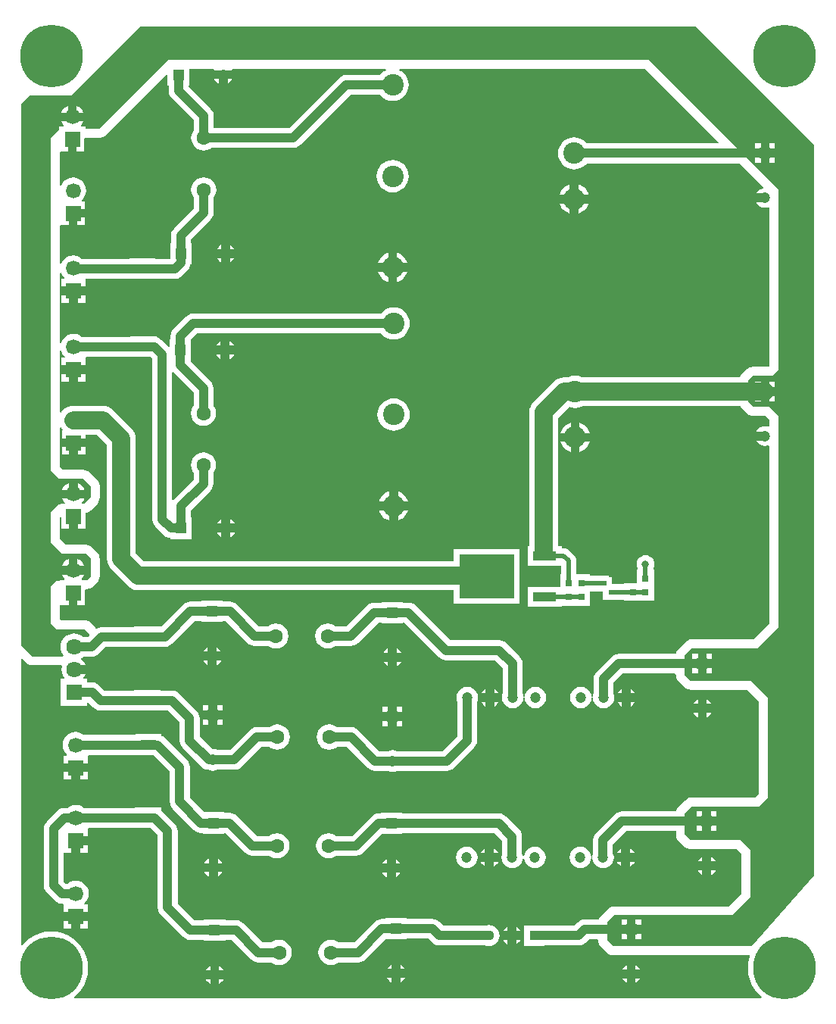
<source format=gbr>
G04 Layer_Physical_Order=1*
G04 Layer_Color=255*
%FSLAX45Y45*%
%MOMM*%
%TF.FileFunction,Copper,L1,Top,Signal*%
%TF.Part,Single*%
G01*
G75*
%TA.AperFunction,SMDPad,CuDef*%
%ADD10R,0.75000X0.80000*%
%ADD11R,1.60000X0.60000*%
%ADD12R,6.20000X4.90000*%
%ADD13R,2.60000X1.00000*%
%ADD14R,1.70000X1.10000*%
%TA.AperFunction,Conductor*%
%ADD15C,1.00000*%
%ADD16C,0.50000*%
%ADD17C,2.00000*%
%TA.AperFunction,ComponentPad*%
%ADD18C,2.40000*%
%TA.AperFunction,ViaPad*%
%ADD19C,7.00000*%
%TA.AperFunction,ComponentPad*%
%ADD20C,1.20000*%
%ADD21R,1.13000X1.13000*%
%ADD22C,1.13000*%
%ADD23R,1.20000X1.20000*%
%ADD24C,1.60000*%
%ADD25R,1.69000X1.69000*%
%ADD26C,1.69000*%
%ADD27R,1.78500X1.78500*%
%ADD28C,1.78500*%
%ADD29R,1.20000X1.20000*%
%TA.AperFunction,ViaPad*%
%ADD30C,0.80000*%
G36*
X7043272Y10451633D02*
X7862190Y9632683D01*
X7857329Y9620949D01*
X6389302D01*
X6375395Y9637895D01*
X6347986Y9660389D01*
X6316716Y9677103D01*
X6282786Y9687396D01*
X6247500Y9690871D01*
X6212214Y9687396D01*
X6178284Y9677103D01*
X6147013Y9660389D01*
X6119605Y9637895D01*
X6097111Y9610487D01*
X6080397Y9579217D01*
X6070104Y9545286D01*
X6066629Y9510000D01*
X6070104Y9474714D01*
X6080397Y9440784D01*
X6097111Y9409514D01*
X6119605Y9382105D01*
X6147013Y9359612D01*
X6178284Y9342897D01*
X6212214Y9332605D01*
X6247500Y9329129D01*
X6282786Y9332605D01*
X6316716Y9342897D01*
X6347986Y9359612D01*
X6375395Y9382105D01*
X6389302Y9399051D01*
X8095811D01*
X8328672Y9166182D01*
X8328675Y9166179D01*
X8328678Y9166175D01*
X8362547Y9132311D01*
X8358465Y9120285D01*
X8353784Y9119668D01*
X8327026Y9108585D01*
X8304047Y9090953D01*
X8286415Y9067974D01*
X8284150Y9062504D01*
X8382498D01*
Y8962504D01*
X8284146D01*
X8286415Y8957026D01*
X8304047Y8934047D01*
X8327026Y8916415D01*
X8353784Y8905331D01*
X8382500Y8901551D01*
X8411216Y8905331D01*
X8418598Y8908389D01*
X8429157Y8901333D01*
X8429150Y7131792D01*
X8420726Y7123368D01*
X8240902Y7123364D01*
X8228533Y7121735D01*
X8216135Y7120275D01*
X8215488Y7120017D01*
X8214797Y7119926D01*
X8203267Y7115150D01*
X8191674Y7110533D01*
X8191115Y7110117D01*
X8190471Y7109850D01*
X8180567Y7102250D01*
X8170567Y7094792D01*
X8124667Y7050133D01*
X8124237Y7049588D01*
X8123686Y7049164D01*
X8116085Y7039260D01*
X8108354Y7029464D01*
X8108079Y7028826D01*
X8107656Y7028275D01*
X8102883Y7016754D01*
X8098158Y7005773D01*
X6338557D01*
X6326717Y7012102D01*
X6292786Y7022395D01*
X6257500Y7025870D01*
X6222214Y7022395D01*
X6188284Y7012102D01*
X6176444Y7005773D01*
X6132499D01*
X6101134Y7002684D01*
X6070974Y6993535D01*
X6043178Y6978678D01*
X6018815Y6958684D01*
X6018813Y6958682D01*
X5793815Y6733685D01*
X5773821Y6709321D01*
X5758964Y6681526D01*
X5749815Y6651365D01*
X5746726Y6620000D01*
Y5122500D01*
X5727500D01*
Y4902500D01*
X5905984D01*
X5907500Y4902351D01*
X5909016Y4902500D01*
X6101766D01*
Y4802500D01*
X6089999D01*
Y4662500D01*
X5727500D01*
Y4442500D01*
X6107499D01*
Y4452500D01*
X6424999D01*
Y4612500D01*
X6570000D01*
Y4517500D01*
X6805000D01*
Y4507501D01*
X7142500D01*
Y4657500D01*
Y4857500D01*
X7141015D01*
X7137746Y4861110D01*
X7133647Y4870200D01*
X7142426Y4891395D01*
X7145863Y4917500D01*
X7142426Y4943605D01*
X7132349Y4967931D01*
X7116321Y4988821D01*
X7095431Y5004850D01*
X7071105Y5014926D01*
X7045000Y5018363D01*
X7018895Y5014926D01*
X6994569Y5004850D01*
X6973679Y4988821D01*
X6957650Y4967931D01*
X6947574Y4943605D01*
X6944137Y4917500D01*
X6947574Y4891395D01*
X6956353Y4870200D01*
X6952253Y4861110D01*
X6948985Y4857500D01*
X6947500D01*
Y4707500D01*
X6805000D01*
Y4697500D01*
X6669998D01*
Y4792500D01*
X6424999D01*
Y4802500D01*
X6273233D01*
Y4955001D01*
X6270311Y4977190D01*
X6261746Y4997867D01*
X6248122Y5015623D01*
X6190622Y5073123D01*
X6172866Y5086747D01*
X6152189Y5095312D01*
X6130000Y5098233D01*
X6107499D01*
Y5122500D01*
X6068274D01*
Y6553405D01*
X6191722Y6676854D01*
X6222214Y6667604D01*
X6257500Y6664128D01*
X6292786Y6667604D01*
X6326717Y6677896D01*
X6338557Y6684225D01*
X8105722D01*
X8107647Y6679576D01*
X8107651Y6679571D01*
X8107653Y6679566D01*
X8115183Y6669755D01*
X8123676Y6658686D01*
X8123680Y6658683D01*
X8123684Y6658678D01*
X8178697Y6603674D01*
X8188751Y6595961D01*
X8199581Y6587651D01*
X8199585Y6587649D01*
X8199588Y6587647D01*
X8211110Y6582876D01*
X8223907Y6577575D01*
X8223911Y6577574D01*
X8223915Y6577573D01*
X8236848Y6575871D01*
X8250012Y6574138D01*
X8385731Y6574138D01*
X8429171Y6530696D01*
X8429171Y6461161D01*
X8418611Y6454105D01*
X8411216Y6457168D01*
X8382500Y6460949D01*
X8353784Y6457168D01*
X8327026Y6446084D01*
X8304047Y6428452D01*
X8286415Y6405474D01*
X8284148Y6399999D01*
X8382503D01*
Y6299999D01*
X8284148D01*
X8286415Y6294525D01*
X8304047Y6271547D01*
X8327026Y6253915D01*
X8353784Y6242831D01*
X8382500Y6239051D01*
X8411216Y6242831D01*
X8418612Y6245895D01*
X8429172Y6238839D01*
X8429177Y4254319D01*
X8253172Y4078316D01*
X7562460Y4078322D01*
X7536356Y4074885D01*
X7512029Y4064809D01*
X7491140Y4048781D01*
X7491139Y4048780D01*
X7413660Y3971300D01*
X7413659Y3971299D01*
X7397630Y3950410D01*
X7387553Y3926084D01*
X7386219Y3915949D01*
X6745000D01*
X6716285Y3912169D01*
X6689526Y3901085D01*
X6666548Y3883453D01*
X6496547Y3713453D01*
X6478915Y3690474D01*
X6467832Y3663716D01*
X6464051Y3635000D01*
Y3473220D01*
X6458089Y3458826D01*
X6455155Y3436545D01*
X6454405Y3430845D01*
X6441596D01*
X6440845Y3436545D01*
X6437911Y3458826D01*
X6425820Y3488017D01*
X6406585Y3513085D01*
X6381518Y3532320D01*
X6352327Y3544411D01*
X6321000Y3548535D01*
X6289674Y3544411D01*
X6260483Y3532320D01*
X6235416Y3513085D01*
X6216181Y3488017D01*
X6204089Y3458826D01*
X6199965Y3427500D01*
X6204089Y3396174D01*
X6216181Y3366982D01*
X6235416Y3341915D01*
X6260483Y3322680D01*
X6289674Y3310589D01*
X6321000Y3306465D01*
X6352327Y3310589D01*
X6381518Y3322680D01*
X6406585Y3341915D01*
X6425820Y3366982D01*
X6437911Y3396174D01*
X6440845Y3418455D01*
X6441596Y3424155D01*
X6454405D01*
X6455155Y3418455D01*
X6458089Y3396174D01*
X6470180Y3366982D01*
X6489415Y3341915D01*
X6514482Y3322680D01*
X6543674Y3310589D01*
X6575000Y3306465D01*
X6606326Y3310589D01*
X6635518Y3322680D01*
X6660585Y3341915D01*
X6679820Y3366982D01*
X6684176Y3377499D01*
X6684177Y3377505D01*
X6691908Y3396169D01*
X6696031Y3427484D01*
X6696034Y3427497D01*
X6696031Y3427514D01*
X6691908Y3458825D01*
X6687632Y3469150D01*
X6687628Y3469167D01*
X6685949Y3473220D01*
Y3477490D01*
X6685948Y3477497D01*
X6685949D01*
Y3589043D01*
X6790957Y3694051D01*
X7375134D01*
X7383483Y3685703D01*
X7384114Y3682515D01*
X7385848Y3669347D01*
X7387551Y3656413D01*
X7387551Y3656412D01*
X7387552Y3656410D01*
X7392145Y3645322D01*
X7397627Y3632087D01*
X7397628Y3632085D01*
X7397628Y3632084D01*
X7405216Y3622196D01*
X7413656Y3611197D01*
X7413657Y3611196D01*
X7413658Y3611195D01*
X7481176Y3543679D01*
X7481177Y3543678D01*
X7481179Y3543677D01*
X7486628Y3539495D01*
X7502066Y3527650D01*
X7502068Y3527649D01*
X7502069Y3527648D01*
X7513774Y3522800D01*
X7526392Y3517573D01*
X7526394Y3517573D01*
X7526395Y3517572D01*
X7539898Y3515795D01*
X7552498Y3514136D01*
X8178226Y3514130D01*
X8311673Y3380687D01*
X8311691Y2351832D01*
X8268227Y2308368D01*
X7557500Y2308364D01*
X7531395Y2304927D01*
X7507069Y2294850D01*
X7486179Y2278821D01*
X7486178Y2278820D01*
X7413677Y2206319D01*
X7413676Y2206318D01*
X7397647Y2185429D01*
X7387572Y2161104D01*
X7386893Y2155949D01*
X6782500D01*
X6753785Y2152169D01*
X6727026Y2141085D01*
X6704048Y2123453D01*
X6491547Y1910952D01*
X6473915Y1887974D01*
X6462831Y1861215D01*
X6459051Y1832500D01*
Y1685721D01*
X6453089Y1671327D01*
X6450156Y1649046D01*
X6449404Y1643344D01*
X6436595D01*
X6435844Y1649046D01*
X6432911Y1671326D01*
X6420820Y1700518D01*
X6401585Y1725585D01*
X6376518Y1744820D01*
X6347326Y1756911D01*
X6316000Y1761035D01*
X6284673Y1756911D01*
X6255482Y1744820D01*
X6230415Y1725585D01*
X6211180Y1700518D01*
X6199089Y1671326D01*
X6194964Y1640000D01*
X6199089Y1608674D01*
X6211180Y1579482D01*
X6230415Y1554415D01*
X6255482Y1535180D01*
X6284673Y1523089D01*
X6316000Y1518965D01*
X6347326Y1523089D01*
X6376518Y1535180D01*
X6401585Y1554415D01*
X6420820Y1579482D01*
X6432911Y1608674D01*
X6435844Y1630954D01*
X6436595Y1636657D01*
X6449404D01*
X6450156Y1630954D01*
X6453089Y1608674D01*
X6465180Y1579483D01*
X6484415Y1554415D01*
X6509482Y1535181D01*
X6538673Y1523089D01*
X6570000Y1518965D01*
X6601326Y1523089D01*
X6630518Y1535181D01*
X6655585Y1554415D01*
X6674820Y1579483D01*
X6679179Y1590008D01*
X6679179Y1590009D01*
X6686911Y1608674D01*
X6691033Y1639989D01*
X6691034Y1639991D01*
X6691035Y1640000D01*
X6686911Y1671327D01*
X6680949Y1685721D01*
Y1786543D01*
X6828457Y1934051D01*
X7384137D01*
X7384137Y1894998D01*
X7385760Y1882672D01*
X7387573Y1868898D01*
X7387574Y1868895D01*
X7387574Y1868893D01*
X7392238Y1857634D01*
X7397648Y1844572D01*
X7397650Y1844570D01*
X7397651Y1844567D01*
X7406751Y1832707D01*
X7413676Y1823682D01*
X7413679Y1823679D01*
X7413680Y1823678D01*
X7413681Y1823677D01*
X7473673Y1763680D01*
X7473674Y1763678D01*
X7473676Y1763676D01*
X7486518Y1753822D01*
X7494561Y1747650D01*
X7494563Y1747649D01*
X7494566Y1747647D01*
X7506466Y1742718D01*
X7518887Y1737572D01*
X7518890Y1737572D01*
X7518892Y1737571D01*
X7530259Y1736075D01*
X7544992Y1734134D01*
X7544995Y1734135D01*
X7544998Y1734134D01*
X8063221Y1734139D01*
X8114135Y1683228D01*
X8114142Y1234283D01*
X7973226Y1093366D01*
X6695004Y1093366D01*
X6668899Y1089929D01*
X6644572Y1079853D01*
X6623683Y1063824D01*
X6623682Y1063823D01*
X6543680Y983822D01*
X6543679Y983821D01*
X6527650Y962932D01*
X6521651Y948449D01*
X6367500D01*
X6338784Y944668D01*
X6312025Y933585D01*
X6289047Y915953D01*
X6249044Y875949D01*
X5919000D01*
Y881500D01*
X5686000D01*
Y648500D01*
X5919000D01*
Y654051D01*
X6295000D01*
X6323716Y657832D01*
X6350474Y668915D01*
X6373453Y686547D01*
X6413457Y726551D01*
X6504370D01*
X6514136Y719998D01*
X6517573Y693893D01*
X6521388Y684682D01*
X6527648Y669568D01*
X6543677Y648678D01*
X6543678Y648677D01*
X6616178Y576178D01*
X6637068Y560150D01*
X6661394Y550074D01*
X6687498Y546637D01*
X8205529Y546638D01*
X8212585Y536078D01*
X8208861Y527089D01*
X8193796Y464336D01*
X8188732Y400000D01*
X8193796Y335664D01*
X8208861Y272911D01*
X8233558Y213288D01*
X8267278Y158263D01*
X8309190Y109190D01*
X8343252Y80098D01*
X8338856Y68183D01*
X661144D01*
X656748Y80098D01*
X690810Y109190D01*
X732722Y158263D01*
X766442Y213288D01*
X791139Y272911D01*
X806204Y335664D01*
X811268Y400000D01*
X806204Y464336D01*
X791139Y527089D01*
X766442Y586712D01*
X732722Y641737D01*
X690810Y690810D01*
X641737Y732722D01*
X586712Y766442D01*
X527089Y791139D01*
X464336Y806204D01*
X400000Y811268D01*
X335664Y806204D01*
X272911Y791139D01*
X213288Y766442D01*
X158263Y732722D01*
X109190Y690810D01*
X80098Y656748D01*
X68183Y661144D01*
Y3855081D01*
X79917Y3859942D01*
X123679Y3816179D01*
X144569Y3800150D01*
X168895Y3790074D01*
X195000Y3786637D01*
X512388Y3786638D01*
X519016Y3773938D01*
X514548Y3740000D01*
X519333Y3703649D01*
X533364Y3669774D01*
X550111Y3647950D01*
X543848Y3635250D01*
X505749D01*
Y3336750D01*
X804249D01*
Y3363384D01*
X816949Y3368645D01*
X871546Y3314048D01*
X894524Y3296416D01*
X921283Y3285332D01*
X949999Y3281551D01*
X1330000D01*
Y3280001D01*
X1619999D01*
Y3284051D01*
X1704043D01*
X1836551Y3151544D01*
Y2945000D01*
X1840332Y2916284D01*
X1851415Y2889526D01*
X1869047Y2866547D01*
X2084048Y2651546D01*
X2107026Y2633914D01*
X2133785Y2622831D01*
X2161445Y2619189D01*
X2176174Y2613088D01*
X2207501Y2608964D01*
X2238827Y2613088D01*
X2253221Y2619050D01*
X2444999D01*
X2473715Y2622831D01*
X2500474Y2633914D01*
X2523452Y2651546D01*
X2745957Y2874051D01*
X2842117D01*
X2856896Y2862710D01*
X2890953Y2848604D01*
X2927500Y2843792D01*
X2964048Y2848604D01*
X2998104Y2862710D01*
X3027349Y2885151D01*
X3049790Y2914396D01*
X3063897Y2948453D01*
X3068708Y2985000D01*
X3063897Y3021547D01*
X3049790Y3055604D01*
X3027349Y3084849D01*
X2998104Y3107289D01*
X2964048Y3121396D01*
X2927500Y3126208D01*
X2890953Y3121396D01*
X2856896Y3107289D01*
X2842117Y3095949D01*
X2700000D01*
X2671284Y3092168D01*
X2644526Y3081085D01*
X2621547Y3063453D01*
X2399043Y2840948D01*
X2253221D01*
X2238827Y2846910D01*
X2207501Y2851034D01*
X2199433Y2849972D01*
X2058449Y2990956D01*
Y3197500D01*
X2054668Y3226216D01*
X2043585Y3252975D01*
X2025953Y3275953D01*
X1828453Y3473453D01*
X1805474Y3491085D01*
X1778716Y3502169D01*
X1750000Y3505949D01*
X1619999D01*
Y3510000D01*
X1330000D01*
Y3503449D01*
X995955D01*
X934952Y3564453D01*
X911974Y3582085D01*
X885215Y3593169D01*
X856499Y3596949D01*
X804249D01*
Y3635250D01*
X766151D01*
X759887Y3647950D01*
X776634Y3669774D01*
X785011Y3689999D01*
X654999D01*
Y3789999D01*
X785012D01*
X776634Y3810226D01*
X754313Y3839314D01*
X735773Y3853541D01*
X737008Y3868602D01*
X738319Y3869303D01*
X755071Y3883051D01*
X851499D01*
X880215Y3886832D01*
X906974Y3897915D01*
X929952Y3915547D01*
X1005956Y3991551D01*
X1327500D01*
Y3990000D01*
X1617499D01*
Y3994051D01*
X1670000D01*
X1698716Y3997831D01*
X1725474Y4008915D01*
X1748453Y4026547D01*
X2000957Y4279051D01*
X2080000D01*
Y4270000D01*
X2320000D01*
Y4279051D01*
X2351543D01*
X2594047Y4036547D01*
X2617025Y4018915D01*
X2643784Y4007831D01*
X2672500Y4004051D01*
X2827117D01*
X2841896Y3992710D01*
X2875953Y3978604D01*
X2912500Y3973792D01*
X2949047Y3978604D01*
X2983104Y3992710D01*
X3012349Y4015151D01*
X3034790Y4044396D01*
X3048896Y4078453D01*
X3053708Y4115000D01*
X3048896Y4151547D01*
X3034790Y4185604D01*
X3012349Y4214849D01*
X2983104Y4237289D01*
X2949047Y4251396D01*
X2912500Y4256208D01*
X2875953Y4251396D01*
X2841896Y4237289D01*
X2827117Y4225949D01*
X2718457D01*
X2475953Y4468453D01*
X2452975Y4486085D01*
X2426216Y4497169D01*
X2397500Y4500949D01*
X2320000D01*
Y4510000D01*
X2080000D01*
Y4500949D01*
X1955000D01*
X1926284Y4497169D01*
X1899526Y4486085D01*
X1876547Y4468453D01*
X1629583Y4221488D01*
X1617499Y4220000D01*
Y4220000D01*
X1327500D01*
Y4213449D01*
X959999D01*
X931284Y4209669D01*
X904524Y4198585D01*
X904187Y4198326D01*
X895553Y4209578D01*
X895553Y4209578D01*
X895552Y4209579D01*
X841307Y4263817D01*
X841307Y4263818D01*
X841306Y4263819D01*
X841303Y4263822D01*
X832731Y4270398D01*
X820417Y4279847D01*
X820415Y4279848D01*
X820412Y4279850D01*
X807349Y4285260D01*
X796091Y4289923D01*
X796089Y4289923D01*
X796086Y4289925D01*
X782010Y4291777D01*
X769986Y4293360D01*
X510673Y4293359D01*
X498356Y4305677D01*
X498355Y4460953D01*
X511056Y4463500D01*
X594498D01*
Y4598001D01*
X694498D01*
Y4463500D01*
X779000D01*
Y4631918D01*
X791700Y4641267D01*
X795358Y4641037D01*
X798538Y4641253D01*
X801699Y4640837D01*
X811634Y4642145D01*
X821628Y4642826D01*
X824644Y4643858D01*
X827805Y4644274D01*
X837061Y4648108D01*
X846540Y4651352D01*
X849186Y4653130D01*
X852131Y4654350D01*
X860078Y4660448D01*
X868396Y4666036D01*
X870491Y4668438D01*
X873020Y4670379D01*
X911321Y4708678D01*
X927350Y4729568D01*
X937426Y4753894D01*
X940863Y4779998D01*
X940867Y4982499D01*
X940866Y4982504D01*
X940867Y4982510D01*
X938979Y4996842D01*
X937430Y5008604D01*
X937428Y5008609D01*
X937428Y5008615D01*
X932496Y5020518D01*
X927355Y5032931D01*
X927351Y5032936D01*
X927349Y5032940D01*
X920221Y5042228D01*
X911326Y5053820D01*
X911321Y5053824D01*
X911318Y5053828D01*
X858819Y5106317D01*
X858819Y5106318D01*
X858818Y5106319D01*
X858811Y5106326D01*
X849628Y5113370D01*
X837929Y5122348D01*
X837924Y5122350D01*
X837920Y5122353D01*
X826741Y5126982D01*
X813603Y5132424D01*
X813598Y5132425D01*
X813593Y5132427D01*
X800456Y5134155D01*
X787498Y5135861D01*
X566774Y5135864D01*
X498364Y5204275D01*
X498365Y5444666D01*
X499300Y5445290D01*
X512000Y5438502D01*
Y5311500D01*
X596500D01*
Y5446003D01*
X696499D01*
Y5311500D01*
X780999D01*
Y5491019D01*
X796606Y5493074D01*
X820932Y5503150D01*
X841822Y5519179D01*
X911313Y5588671D01*
X911314Y5588672D01*
X911315Y5588673D01*
X918349Y5597841D01*
X927342Y5609560D01*
X927343Y5609562D01*
X927344Y5609563D01*
X932110Y5621072D01*
X937418Y5633886D01*
X937418Y5633888D01*
X937419Y5633890D01*
X939272Y5647966D01*
X940855Y5659991D01*
X940855Y5659993D01*
X940855Y5659995D01*
X940850Y5792523D01*
X937412Y5818629D01*
X927335Y5842954D01*
X911306Y5863843D01*
X911305Y5863844D01*
X833823Y5941319D01*
X833822Y5941320D01*
X833821Y5941321D01*
X833817Y5941324D01*
X825565Y5947656D01*
X812933Y5957350D01*
X812929Y5957351D01*
X812927Y5957353D01*
X802643Y5961612D01*
X788607Y5967426D01*
X788603Y5967427D01*
X788601Y5967428D01*
X776245Y5969054D01*
X762502Y5970864D01*
X529274Y5970869D01*
X498368Y6001774D01*
X498369Y6443082D01*
X511069Y6446264D01*
X514321Y6440178D01*
X528665Y6422700D01*
X522659Y6410000D01*
X517500D01*
Y6325500D01*
X652002D01*
X786500D01*
Y6368726D01*
X908905D01*
X1024226Y6253405D01*
Y4975000D01*
X1027315Y4943635D01*
X1036464Y4913475D01*
X1051321Y4885679D01*
X1071315Y4861316D01*
X1256315Y4676316D01*
X1280679Y4656321D01*
X1308474Y4641464D01*
X1338635Y4632315D01*
X1370000Y4629226D01*
X4897500D01*
Y4477500D01*
X5637499D01*
Y5087500D01*
X4897500D01*
Y4950774D01*
X1436595D01*
X1345774Y5041595D01*
Y6320000D01*
X1342685Y6351366D01*
X1333536Y6381526D01*
X1318679Y6409321D01*
X1298684Y6433685D01*
X1089185Y6643184D01*
X1064822Y6663179D01*
X1037026Y6678036D01*
X1006866Y6687185D01*
X975500Y6690274D01*
X648000D01*
X616635Y6687185D01*
X586474Y6678036D01*
X558679Y6663178D01*
X534315Y6643184D01*
X514321Y6618821D01*
X511069Y6612736D01*
X498369Y6615917D01*
X498369Y7301080D01*
X511069Y7303606D01*
X523279Y7274127D01*
X546441Y7243942D01*
X552196Y7239527D01*
X548113Y7227500D01*
X515000D01*
Y7143005D01*
X649500D01*
X784000D01*
Y7227500D01*
X793158Y7236052D01*
X1287501D01*
Y7232500D01*
X1513095D01*
X1531551Y7214044D01*
Y5417500D01*
X1535331Y5388784D01*
X1546415Y5362026D01*
X1564047Y5339047D01*
X1661547Y5241547D01*
X1684525Y5223915D01*
X1711285Y5212831D01*
X1732500Y5210038D01*
Y5200000D01*
X1972500D01*
Y5440000D01*
X1963449D01*
Y5521543D01*
X2180953Y5739047D01*
X2198585Y5762026D01*
X2209669Y5788784D01*
X2213449Y5817500D01*
Y5939618D01*
X2224790Y5954397D01*
X2238896Y5988454D01*
X2243708Y6025001D01*
X2238896Y6061548D01*
X2224790Y6095605D01*
X2202349Y6124850D01*
X2173104Y6147290D01*
X2139048Y6161397D01*
X2102500Y6166209D01*
X2065953Y6161397D01*
X2031896Y6147290D01*
X2002651Y6124850D01*
X1980211Y6095605D01*
X1966104Y6061548D01*
X1961292Y6025001D01*
X1966104Y5988454D01*
X1980211Y5954397D01*
X1991551Y5939618D01*
Y5863457D01*
X1774047Y5645953D01*
X1766149Y5635660D01*
X1753449Y5639971D01*
Y7061363D01*
X1765475Y7065445D01*
X1766547Y7064047D01*
X1991551Y6839043D01*
Y6690383D01*
X1980211Y6675604D01*
X1966104Y6641547D01*
X1961292Y6605000D01*
X1966104Y6568453D01*
X1980211Y6534396D01*
X2002651Y6505151D01*
X2031896Y6482710D01*
X2065953Y6468604D01*
X2102500Y6463792D01*
X2139048Y6468604D01*
X2173104Y6482710D01*
X2202349Y6505151D01*
X2224790Y6534396D01*
X2238896Y6568453D01*
X2243708Y6605000D01*
X2238896Y6641547D01*
X2224790Y6675604D01*
X2213449Y6690383D01*
Y6885000D01*
X2209669Y6913716D01*
X2198585Y6940475D01*
X2180953Y6963453D01*
X1966489Y7177917D01*
X1965000Y7190001D01*
X1965000D01*
Y7429999D01*
X1965000Y7430000D01*
X1965000D01*
X1973163Y7438757D01*
X2033456Y7499051D01*
X4085697Y7499051D01*
X4099605Y7482105D01*
X4127013Y7459612D01*
X4158284Y7442897D01*
X4192214Y7432605D01*
X4227500Y7429129D01*
X4262786Y7432605D01*
X4296716Y7442897D01*
X4327986Y7459612D01*
X4355395Y7482105D01*
X4377888Y7509514D01*
X4394603Y7540784D01*
X4404895Y7574714D01*
X4408371Y7610000D01*
X4404895Y7645286D01*
X4394603Y7679217D01*
X4377888Y7710487D01*
X4355395Y7737895D01*
X4327986Y7760389D01*
X4296716Y7777103D01*
X4262786Y7787396D01*
X4227500Y7790871D01*
X4192214Y7787396D01*
X4158284Y7777103D01*
X4127013Y7760389D01*
X4099605Y7737895D01*
X4085697Y7720949D01*
X1987499Y7720948D01*
X1958784Y7717168D01*
X1932025Y7706084D01*
X1909047Y7688452D01*
X1766547Y7545953D01*
X1748915Y7522975D01*
X1737831Y7496216D01*
X1734051Y7467500D01*
Y7430000D01*
X1725000D01*
Y7352366D01*
X1712300Y7347105D01*
X1633453Y7425952D01*
X1610475Y7443584D01*
X1583716Y7454668D01*
X1577501Y7455486D01*
Y7462499D01*
X1287501D01*
Y7457950D01*
X742275D01*
X722373Y7473221D01*
X687222Y7487781D01*
X649500Y7492747D01*
X611778Y7487781D01*
X576626Y7473221D01*
X546441Y7450059D01*
X523279Y7419874D01*
X511069Y7390395D01*
X498369Y7392922D01*
X498369Y8170835D01*
X511069Y8173362D01*
X520279Y8151127D01*
X543441Y8120942D01*
X549195Y8116527D01*
X545113Y8104500D01*
X512000D01*
Y8019999D01*
X646495D01*
X780999D01*
Y8104500D01*
X791815Y8109051D01*
X1275000D01*
Y8105000D01*
X1564999D01*
Y8109051D01*
X1785000D01*
X1813716Y8112832D01*
X1840474Y8123915D01*
X1863453Y8141547D01*
X1925952Y8204047D01*
X1943584Y8227025D01*
X1954668Y8253784D01*
X1956803Y8270000D01*
X1970000D01*
Y8510000D01*
X1960949D01*
Y8546543D01*
X2183453Y8769047D01*
X2201085Y8792025D01*
X2212169Y8818784D01*
X2215949Y8847500D01*
Y9017117D01*
X2227290Y9031897D01*
X2241396Y9065953D01*
X2246208Y9102500D01*
X2241396Y9139048D01*
X2227290Y9173104D01*
X2204849Y9202349D01*
X2175604Y9224790D01*
X2141547Y9238897D01*
X2105000Y9243708D01*
X2068453Y9238897D01*
X2034396Y9224790D01*
X2005151Y9202349D01*
X1982711Y9173104D01*
X1968604Y9139048D01*
X1963792Y9102500D01*
X1968604Y9065953D01*
X1982711Y9031897D01*
X1994051Y9017117D01*
Y8893456D01*
X1771547Y8670953D01*
X1753915Y8647974D01*
X1742832Y8621216D01*
X1739051Y8592500D01*
Y8510000D01*
X1730000D01*
Y8330949D01*
X1564999D01*
Y8335000D01*
X1275000D01*
Y8330949D01*
X744488D01*
X719373Y8350221D01*
X684222Y8364781D01*
X646500Y8369747D01*
X608778Y8364781D01*
X573626Y8350221D01*
X543441Y8327059D01*
X520279Y8296874D01*
X511070Y8274640D01*
X498369Y8277166D01*
X498370Y8703418D01*
X510000Y8706000D01*
X511070Y8706000D01*
X594497D01*
Y8840500D01*
X644497D01*
Y8890500D01*
X779000D01*
Y8975000D01*
X745886D01*
X741804Y8987026D01*
X747559Y8991442D01*
X770721Y9021627D01*
X785281Y9056778D01*
X790247Y9094500D01*
X785281Y9132222D01*
X770721Y9167373D01*
X747559Y9197558D01*
X717373Y9220720D01*
X682222Y9235280D01*
X644500Y9240247D01*
X606778Y9235280D01*
X571627Y9220720D01*
X541442Y9197558D01*
X518280Y9167373D01*
X511070Y9149967D01*
X498370Y9152494D01*
X498370Y9516804D01*
X502001Y9528000D01*
X586500D01*
Y9662499D01*
X686500D01*
Y9528000D01*
X771000D01*
Y9678315D01*
X775934Y9682643D01*
X783700Y9686630D01*
X942491Y9686628D01*
X968596Y9690065D01*
X992922Y9700141D01*
X1013812Y9716170D01*
X1690767Y10393125D01*
X1702501Y10388265D01*
Y10270000D01*
X1711551D01*
Y10212500D01*
X1715332Y10183784D01*
X1726416Y10157025D01*
X1744048Y10134047D01*
X1994051Y9884043D01*
Y9767883D01*
X1982711Y9753104D01*
X1968604Y9719047D01*
X1963792Y9682500D01*
X1968604Y9645953D01*
X1982711Y9611896D01*
X2005151Y9582651D01*
X2034396Y9560210D01*
X2068453Y9546104D01*
X2105000Y9541292D01*
X2141547Y9546104D01*
X2175604Y9560210D01*
X2190383Y9571551D01*
X3107500D01*
X3136216Y9575332D01*
X3162975Y9586415D01*
X3185953Y9604047D01*
X3745957Y10164051D01*
X4075697D01*
X4089604Y10147105D01*
X4117013Y10124612D01*
X4148283Y10107897D01*
X4182213Y10097605D01*
X4217500Y10094129D01*
X4252786Y10097605D01*
X4286716Y10107897D01*
X4317986Y10124612D01*
X4345395Y10147105D01*
X4367888Y10174514D01*
X4384602Y10205784D01*
X4394895Y10239714D01*
X4398370Y10275000D01*
X4394895Y10310286D01*
X4384602Y10344217D01*
X4367888Y10375487D01*
X4345395Y10402895D01*
X4317986Y10425389D01*
X4292639Y10438937D01*
X4295820Y10451637D01*
X7043272Y10451633D01*
D02*
G37*
G36*
X2215988Y10451640D02*
X2223065Y10440000D01*
X2421936D01*
X2429013Y10451640D01*
X4139179Y10451637D01*
X4142361Y10438937D01*
X4117013Y10425389D01*
X4089604Y10402895D01*
X4075697Y10385949D01*
X3700000D01*
X3671285Y10382169D01*
X3644526Y10371085D01*
X3621548Y10353453D01*
X3061544Y9793449D01*
X2215949D01*
Y9930000D01*
X2212169Y9958716D01*
X2201085Y9985474D01*
X2183453Y10008453D01*
X1934605Y10257300D01*
X1936240Y10270000D01*
X1942500D01*
Y10451641D01*
X2215988Y10451640D01*
D02*
G37*
G36*
X8931817Y9605680D02*
Y1433318D01*
X8231415Y647501D01*
X6687498Y647500D01*
X6614998Y719999D01*
X6614999Y912500D01*
X6695004Y992503D01*
X8015005Y992503D01*
X8215006Y1192505D01*
X8214997Y1725009D01*
X8104997Y1835003D01*
X7544997Y1834997D01*
X7485000Y1894999D01*
X7484998Y2134998D01*
X7557501Y2207501D01*
X8310005Y2207505D01*
X8412554Y2310054D01*
X8412535Y3422467D01*
X8220004Y3614993D01*
X7552498Y3614999D01*
X7484977Y3682517D01*
X7484979Y3899978D01*
X7562460Y3977459D01*
X8294950Y3977453D01*
X8530040Y4212540D01*
X8530034Y6572473D01*
X8427511Y6675001D01*
X8250012Y6675001D01*
X8194999Y6730005D01*
X8195005Y6977842D01*
X8240904Y7022501D01*
X8462506Y7022506D01*
X8530013Y7090014D01*
X8530021Y9107492D01*
X8399994Y9237501D01*
X7085052Y10552496D01*
X1707504Y10552504D01*
X942492Y9787491D01*
X781000Y9787492D01*
Y9807000D01*
X734492D01*
X730410Y9819026D01*
X732427Y9820574D01*
X753986Y9848670D01*
X761371Y9866499D01*
X636500D01*
X511630D01*
X519015Y9848670D01*
X540574Y9820574D01*
X542591Y9819026D01*
X538508Y9807000D01*
X492000D01*
Y9776509D01*
X397507Y9686901D01*
X397505Y5959994D01*
X487495Y5870007D01*
X762500Y5870001D01*
X839987Y5792520D01*
X839992Y5659991D01*
X770501Y5590500D01*
X744492D01*
X740410Y5602526D01*
X742426Y5604073D01*
X763985Y5632170D01*
X771372Y5650003D01*
X646500D01*
X521627D01*
X529014Y5632170D01*
X550573Y5604073D01*
X552589Y5602526D01*
X548507Y5590500D01*
X502000D01*
Y5585001D01*
X485001Y5585001D01*
X397502Y5497502D01*
X397501Y5162497D01*
X524994Y5035002D01*
X787497Y5034998D01*
X840004Y4982501D01*
X840000Y4780000D01*
X801700Y4741700D01*
X789000Y4742500D01*
Y4742500D01*
X742492D01*
X738409Y4754526D01*
X740427Y4756074D01*
X761986Y4784170D01*
X769371Y4802001D01*
X644498D01*
X519629D01*
X527015Y4784170D01*
X548574Y4756074D01*
X550591Y4754526D01*
X546508Y4742500D01*
X500000D01*
Y4732497D01*
X462497D01*
X397492Y4667493D01*
X397493Y4252502D01*
X457504Y4192496D01*
X769986Y4192497D01*
X824235Y4138254D01*
X824236Y4123642D01*
X805543Y4104949D01*
X755071D01*
X738319Y4118697D01*
X712391Y4132556D01*
X684257Y4141091D01*
X654999Y4143972D01*
X625741Y4141091D01*
X597607Y4132556D01*
X571679Y4118697D01*
X548953Y4100046D01*
X530302Y4077320D01*
X516443Y4051392D01*
X507909Y4023258D01*
X505027Y3994000D01*
X507909Y3964742D01*
X516443Y3936608D01*
X530302Y3910680D01*
X538902Y3900201D01*
X532895Y3887501D01*
X195000Y3887500D01*
X68183Y4014317D01*
Y10060683D01*
X165001Y10157501D01*
X622505Y10157504D01*
X1396816Y10931817D01*
X7605674D01*
X8931817Y9605680D01*
D02*
G37*
%LPC*%
G36*
X4322500Y2140000D02*
X4082500D01*
Y2130950D01*
X4060001D01*
X4031285Y2127169D01*
X4004526Y2116085D01*
X3981548Y2098453D01*
X3764044Y1880949D01*
X3587883D01*
X3573104Y1892290D01*
X3539047Y1906396D01*
X3502500Y1911208D01*
X3465953Y1906396D01*
X3431896Y1892290D01*
X3402651Y1869849D01*
X3380210Y1840604D01*
X3366104Y1806547D01*
X3361292Y1770000D01*
X3366104Y1733453D01*
X3380210Y1699396D01*
X3402651Y1670151D01*
X3431896Y1647710D01*
X3465953Y1633604D01*
X3502500Y1628792D01*
X3539047Y1633604D01*
X3573104Y1647710D01*
X3587883Y1659051D01*
X3810000D01*
X3838716Y1662831D01*
X3865475Y1673915D01*
X3888453Y1691547D01*
X4096906Y1900001D01*
X4322500D01*
Y1909052D01*
X5359043D01*
X5443051Y1825044D01*
Y1685720D01*
X5437089Y1671326D01*
X5432964Y1640000D01*
X5437089Y1608674D01*
X5449180Y1579482D01*
X5468415Y1554415D01*
X5493482Y1535180D01*
X5522673Y1523089D01*
X5554000Y1518965D01*
X5585326Y1523089D01*
X5614518Y1535180D01*
X5639585Y1554415D01*
X5658820Y1579482D01*
X5670911Y1608674D01*
X5673844Y1630955D01*
X5674595Y1636656D01*
X5687404D01*
X5688155Y1630955D01*
X5691088Y1608674D01*
X5703180Y1579482D01*
X5722415Y1554415D01*
X5747482Y1535180D01*
X5776673Y1523089D01*
X5808000Y1518965D01*
X5839326Y1523089D01*
X5868517Y1535180D01*
X5893584Y1554415D01*
X5912819Y1579482D01*
X5924911Y1608674D01*
X5929035Y1640000D01*
X5924911Y1671326D01*
X5912819Y1700518D01*
X5893584Y1725585D01*
X5868517Y1744820D01*
X5839326Y1756911D01*
X5808000Y1761035D01*
X5776673Y1756911D01*
X5747482Y1744820D01*
X5722415Y1725585D01*
X5703180Y1700518D01*
X5691088Y1671326D01*
X5688155Y1649045D01*
X5687404Y1643344D01*
X5674595D01*
X5673844Y1649045D01*
X5670911Y1671326D01*
X5664949Y1685720D01*
Y1871000D01*
X5661168Y1899716D01*
X5650084Y1926475D01*
X5632453Y1949453D01*
X5483452Y2098453D01*
X5460474Y2116085D01*
X5433715Y2127169D01*
X5405000Y2130950D01*
X4322500D01*
Y2140000D01*
D02*
G37*
G36*
X6873995Y1738354D02*
Y1690001D01*
X6922352D01*
X6920085Y1695474D01*
X6902453Y1718453D01*
X6879475Y1736085D01*
X6873995Y1738354D01*
D02*
G37*
G36*
X810999Y1778502D02*
X726499D01*
Y1694001D01*
X810999D01*
Y1778502D01*
D02*
G37*
G36*
X621995Y2593004D02*
X537500D01*
Y2508501D01*
X621995D01*
Y2593004D01*
D02*
G37*
G36*
X2262502Y1623352D02*
Y1575005D01*
X2310850D01*
X2308585Y1580475D01*
X2290953Y1603453D01*
X2267975Y1621085D01*
X2262502Y1623352D01*
D02*
G37*
G36*
X7680001Y1643352D02*
X7674526Y1641085D01*
X7651547Y1623453D01*
X7633915Y1600474D01*
X7631649Y1595002D01*
X7680001D01*
Y1643352D01*
D02*
G37*
G36*
X4252499Y1618353D02*
Y1569997D01*
X4300854D01*
X4298585Y1575475D01*
X4280953Y1598453D01*
X4257974Y1616085D01*
X4252499Y1618353D01*
D02*
G37*
G36*
X2162502Y1623353D02*
X2157025Y1621085D01*
X2134047Y1603453D01*
X2116415Y1580475D01*
X2114150Y1575005D01*
X2162502D01*
Y1623353D01*
D02*
G37*
G36*
X7780000Y1643352D02*
Y1595002D01*
X7828351D01*
X7826085Y1600474D01*
X7808453Y1623453D01*
X7785474Y1641085D01*
X7780000Y1643352D01*
D02*
G37*
G36*
X5349995Y1738354D02*
Y1690001D01*
X5398352D01*
X5396084Y1695475D01*
X5378453Y1718453D01*
X5355474Y1736085D01*
X5349995Y1738354D01*
D02*
G37*
G36*
X6773995Y1738350D02*
X6768525Y1736085D01*
X6745547Y1718453D01*
X6727915Y1695474D01*
X6725648Y1690001D01*
X6773995D01*
Y1738350D01*
D02*
G37*
G36*
X671999Y3042747D02*
X634277Y3037781D01*
X599126Y3023221D01*
X568941Y3000059D01*
X545779Y2969873D01*
X531219Y2934722D01*
X526253Y2897000D01*
X531219Y2859278D01*
X545779Y2824127D01*
X568941Y2793942D01*
X574695Y2789527D01*
X570613Y2777500D01*
X537500D01*
Y2693004D01*
X671995D01*
X806499D01*
Y2777500D01*
X815658Y2786051D01*
X1544544D01*
X1726551Y2604044D01*
Y2262500D01*
X1730331Y2233784D01*
X1741415Y2207025D01*
X1759047Y2184047D01*
X1996547Y1946548D01*
X2019525Y1928916D01*
X2046284Y1917832D01*
X2074999Y1914052D01*
X2092500D01*
Y1905001D01*
X2332500D01*
Y1914052D01*
X2349043D01*
X2571547Y1691548D01*
X2594525Y1673916D01*
X2621284Y1662832D01*
X2650000Y1659051D01*
X2837117D01*
X2851897Y1647711D01*
X2885953Y1633604D01*
X2922500Y1628793D01*
X2959048Y1633604D01*
X2993104Y1647711D01*
X3022349Y1670151D01*
X3044790Y1699396D01*
X3058897Y1733453D01*
X3063708Y1770000D01*
X3058897Y1806548D01*
X3044790Y1840604D01*
X3022349Y1869849D01*
X2993104Y1892290D01*
X2959048Y1906396D01*
X2922500Y1911208D01*
X2885953Y1906396D01*
X2851897Y1892290D01*
X2837117Y1880949D01*
X2695956D01*
X2473452Y2103453D01*
X2450474Y2121085D01*
X2423715Y2132169D01*
X2395000Y2135949D01*
X2332500D01*
Y2145000D01*
X2111905D01*
X1948449Y2308456D01*
Y2650000D01*
X1944668Y2678716D01*
X1933585Y2705475D01*
X1915953Y2728453D01*
X1668953Y2975453D01*
X1645974Y2993085D01*
X1632499Y2998666D01*
Y3017499D01*
X1342500D01*
Y3007949D01*
X764775D01*
X744873Y3023221D01*
X709721Y3037781D01*
X671999Y3042747D01*
D02*
G37*
G36*
X5249995Y1738351D02*
X5244525Y1736085D01*
X5221547Y1718453D01*
X5203915Y1695475D01*
X5201648Y1690001D01*
X5249995D01*
Y1738351D01*
D02*
G37*
G36*
X2317501Y3339999D02*
X2257504D01*
Y3280004D01*
X2317501D01*
Y3339999D01*
D02*
G37*
G36*
X4335000Y4497500D02*
X4095000D01*
Y4488449D01*
X4012500D01*
X3983785Y4484668D01*
X3957026Y4473585D01*
X3934048Y4455953D01*
X3704044Y4225949D01*
X3577883D01*
X3563104Y4237289D01*
X3529048Y4251396D01*
X3492500Y4256208D01*
X3455953Y4251396D01*
X3421896Y4237289D01*
X3392651Y4214849D01*
X3370211Y4185604D01*
X3356104Y4151547D01*
X3351293Y4115000D01*
X3356104Y4078453D01*
X3370211Y4044396D01*
X3392651Y4015151D01*
X3421896Y3992710D01*
X3455953Y3978604D01*
X3492500Y3973792D01*
X3529048Y3978604D01*
X3563104Y3992710D01*
X3577883Y4004051D01*
X3750000D01*
X3778716Y4007831D01*
X3805475Y4018915D01*
X3828453Y4036547D01*
X4058457Y4266551D01*
X4095000D01*
Y4257500D01*
X4335000D01*
Y4266551D01*
X4349044D01*
X4739047Y3876547D01*
X4762026Y3858915D01*
X4788784Y3847832D01*
X4817500Y3844051D01*
X5364044D01*
X5448051Y3760043D01*
Y3473220D01*
X5442089Y3458826D01*
X5437965Y3427500D01*
X5442089Y3396174D01*
X5454180Y3366982D01*
X5473415Y3341915D01*
X5498482Y3322680D01*
X5527674Y3310589D01*
X5559000Y3306465D01*
X5590326Y3310589D01*
X5619518Y3322680D01*
X5644585Y3341915D01*
X5663820Y3366982D01*
X5675911Y3396174D01*
X5678844Y3418454D01*
X5679596Y3424156D01*
X5692404D01*
X5693156Y3418454D01*
X5696089Y3396174D01*
X5708180Y3366982D01*
X5727415Y3341915D01*
X5752482Y3322680D01*
X5781674Y3310589D01*
X5813000Y3306465D01*
X5844326Y3310589D01*
X5873518Y3322680D01*
X5898585Y3341915D01*
X5917820Y3366982D01*
X5929911Y3396174D01*
X5934035Y3427500D01*
X5929911Y3458826D01*
X5917820Y3488017D01*
X5898585Y3513085D01*
X5873518Y3532320D01*
X5844326Y3544411D01*
X5813000Y3548535D01*
X5781674Y3544411D01*
X5752482Y3532320D01*
X5727415Y3513085D01*
X5708180Y3488017D01*
X5696089Y3458826D01*
X5693156Y3436546D01*
X5692404Y3430843D01*
X5679596D01*
X5678844Y3436546D01*
X5675911Y3458826D01*
X5669949Y3473220D01*
Y3806000D01*
X5666168Y3834716D01*
X5655085Y3861475D01*
X5637453Y3884453D01*
X5488453Y4033453D01*
X5465474Y4051085D01*
X5438716Y4062168D01*
X5410000Y4065949D01*
X4863457D01*
X4473453Y4455953D01*
X4450475Y4473585D01*
X4423716Y4484669D01*
X4395000Y4488449D01*
X4335000D01*
Y4497500D01*
D02*
G37*
G36*
X4325000Y3327500D02*
X4264999D01*
Y3267498D01*
X4325000D01*
Y3327500D01*
D02*
G37*
G36*
X2157504Y3339999D02*
X2097501D01*
Y3280004D01*
X2157504D01*
Y3339999D01*
D02*
G37*
G36*
X6778993Y3377497D02*
X6730649D01*
X6732915Y3372025D01*
X6750547Y3349047D01*
X6773526Y3331415D01*
X6778993Y3329151D01*
Y3377497D01*
D02*
G37*
G36*
X5254993Y3377497D02*
X5206649D01*
X5208915Y3372026D01*
X5226547Y3349047D01*
X5249526Y3331415D01*
X5254993Y3329151D01*
Y3377497D01*
D02*
G37*
G36*
X6927351Y3377497D02*
X6878992D01*
Y3329144D01*
X6884474Y3331415D01*
X6907453Y3349047D01*
X6925085Y3372025D01*
X6927351Y3377497D01*
D02*
G37*
G36*
X5403351Y3377497D02*
X5354992D01*
Y3329145D01*
X5360474Y3331415D01*
X5383453Y3349047D01*
X5401085Y3372026D01*
X5403351Y3377497D01*
D02*
G37*
G36*
X4165000Y3327500D02*
X4105000D01*
Y3267498D01*
X4165000D01*
Y3327500D01*
D02*
G37*
G36*
Y3167498D02*
X4105000D01*
Y3107500D01*
X4165000D01*
Y3167498D01*
D02*
G37*
G36*
X4325000D02*
X4264999D01*
Y3107500D01*
X4325000D01*
Y3167498D01*
D02*
G37*
G36*
X806499Y2593004D02*
X721995D01*
Y2508501D01*
X806499D01*
Y2593004D01*
D02*
G37*
G36*
X5051000Y3548535D02*
X5019674Y3544411D01*
X4990483Y3532320D01*
X4965416Y3513085D01*
X4946181Y3488018D01*
X4934089Y3458826D01*
X4929965Y3427500D01*
X4934089Y3396174D01*
X4940051Y3381780D01*
Y2991957D01*
X4776543Y2828448D01*
X4260720D01*
X4246326Y2834411D01*
X4215000Y2838535D01*
X4183674Y2834411D01*
X4169280Y2828448D01*
X4065957D01*
X3830953Y3063453D01*
X3807975Y3081085D01*
X3781216Y3092168D01*
X3752500Y3095949D01*
X3592883D01*
X3578104Y3107289D01*
X3544047Y3121396D01*
X3507500Y3126208D01*
X3470952Y3121396D01*
X3436896Y3107289D01*
X3407651Y3084849D01*
X3385210Y3055604D01*
X3371103Y3021547D01*
X3366292Y2985000D01*
X3371103Y2948453D01*
X3385210Y2914396D01*
X3407651Y2885151D01*
X3436896Y2862710D01*
X3470952Y2848604D01*
X3507500Y2843792D01*
X3544047Y2848604D01*
X3578104Y2862710D01*
X3592883Y2874051D01*
X3706544D01*
X3941548Y2639047D01*
X3964526Y2621415D01*
X3991285Y2610331D01*
X4020001Y2606551D01*
X4169280D01*
X4183674Y2600588D01*
X4215000Y2596464D01*
X4246326Y2600588D01*
X4260720Y2606551D01*
X4822499D01*
X4851215Y2610331D01*
X4877974Y2621415D01*
X4900952Y2639047D01*
X5129453Y2867548D01*
X5147085Y2890526D01*
X5158169Y2917285D01*
X5161949Y2946000D01*
Y3377497D01*
X5161948D01*
X5161949Y3377503D01*
Y3381780D01*
X5163631Y3385840D01*
X5163632Y3385844D01*
X5167909Y3396169D01*
X5172031Y3427479D01*
X5172034Y3427497D01*
X5172032Y3427509D01*
X5167909Y3458824D01*
X5160177Y3477490D01*
X5160176Y3477496D01*
X5160178D01*
X5155820Y3488018D01*
X5136585Y3513085D01*
X5111518Y3532320D01*
X5082327Y3544411D01*
X5051000Y3548535D01*
D02*
G37*
G36*
X7778352Y3254999D02*
X7729996D01*
Y3206646D01*
X7735474Y3208915D01*
X7758453Y3226547D01*
X7776085Y3249526D01*
X7778352Y3254999D01*
D02*
G37*
G36*
X7629997D02*
X7581648D01*
X7583915Y3249526D01*
X7601547Y3226547D01*
X7624526Y3208915D01*
X7629997Y3206649D01*
Y3254999D01*
D02*
G37*
G36*
X2157504Y3180004D02*
X2097501D01*
Y3120000D01*
X2157504D01*
Y3180004D01*
D02*
G37*
G36*
X2317501D02*
X2257504D01*
Y3120000D01*
X2317501D01*
Y3180004D01*
D02*
G37*
G36*
X4152499Y1618352D02*
X4147026Y1616085D01*
X4124047Y1598453D01*
X4106415Y1575475D01*
X4104146Y1569997D01*
X4152499D01*
Y1618352D01*
D02*
G37*
G36*
X4304997Y440853D02*
Y392497D01*
X4353353D01*
X4351085Y397974D01*
X4333453Y420952D01*
X4310474Y438584D01*
X4304997Y440853D01*
D02*
G37*
G36*
X676500Y2228247D02*
X638778Y2223281D01*
X603626Y2208721D01*
X583724Y2193449D01*
X547500D01*
X518785Y2189669D01*
X492026Y2178585D01*
X469048Y2160953D01*
X349047Y2040953D01*
X331415Y2017975D01*
X320332Y1991216D01*
X316551Y1962500D01*
Y1325000D01*
X320332Y1296284D01*
X331415Y1269526D01*
X349047Y1246547D01*
X439046Y1156548D01*
X462025Y1138916D01*
X488784Y1127832D01*
X517499Y1124052D01*
X530342D01*
X539501Y1115500D01*
Y1030996D01*
X674001D01*
X808500D01*
Y1115500D01*
X775387D01*
X771305Y1127527D01*
X777059Y1131942D01*
X800221Y1162127D01*
X814781Y1197279D01*
X819747Y1235001D01*
X814781Y1272723D01*
X800221Y1307874D01*
X777059Y1338059D01*
X746874Y1361221D01*
X711722Y1375781D01*
X674000Y1380747D01*
X636278Y1375781D01*
X601127Y1361221D01*
X581225Y1345950D01*
X563456D01*
X538449Y1370956D01*
Y1682771D01*
X542000Y1694001D01*
X626499D01*
Y1828502D01*
X676499D01*
Y1878502D01*
X810999D01*
Y1963000D01*
X820157Y1971551D01*
X1337500D01*
Y1967500D01*
X1510595D01*
X1591551Y1886544D01*
Y1080000D01*
X1595331Y1051284D01*
X1606415Y1024525D01*
X1624047Y1001547D01*
X1876547Y749047D01*
X1899525Y731415D01*
X1926284Y720332D01*
X1955000Y716551D01*
X2107500D01*
Y707500D01*
X2347500D01*
Y716551D01*
X2421544D01*
X2639047Y499047D01*
X2662026Y481415D01*
X2688785Y470331D01*
X2717500Y466551D01*
X2862117D01*
X2876896Y455210D01*
X2910953Y441104D01*
X2947500Y436292D01*
X2984047Y441104D01*
X3018104Y455210D01*
X3047349Y477651D01*
X3069790Y506896D01*
X3083896Y540953D01*
X3088708Y577500D01*
X3083896Y614047D01*
X3069790Y648104D01*
X3047349Y677349D01*
X3018104Y699790D01*
X2984047Y713896D01*
X2947500Y718708D01*
X2910953Y713896D01*
X2876896Y699790D01*
X2862117Y688449D01*
X2763457D01*
X2545953Y905953D01*
X2522974Y923585D01*
X2496216Y934668D01*
X2467500Y938449D01*
X2347500D01*
Y947500D01*
X2107500D01*
Y938449D01*
X2000956D01*
X1813449Y1125956D01*
Y1932500D01*
X1809669Y1961216D01*
X1798585Y1987975D01*
X1780953Y2010953D01*
X1630953Y2160952D01*
X1627500Y2163602D01*
Y2197500D01*
X1337500D01*
Y2193449D01*
X769276D01*
X749373Y2208721D01*
X714222Y2223281D01*
X676500Y2228247D01*
D02*
G37*
G36*
X6934997Y435853D02*
Y387499D01*
X6983352D01*
X6981085Y392974D01*
X6963453Y415952D01*
X6940474Y433584D01*
X6934997Y435853D01*
D02*
G37*
G36*
X4204997Y440851D02*
X4199525Y438584D01*
X4176547Y420952D01*
X4158915Y397974D01*
X4156646Y392497D01*
X4204997D01*
Y440851D01*
D02*
G37*
G36*
X5643065Y715003D02*
X5598506D01*
Y670439D01*
X5602209Y671972D01*
X5624457Y689043D01*
X5641527Y711290D01*
X5643065Y715003D01*
D02*
G37*
G36*
X4375000Y962500D02*
X4135000D01*
Y953449D01*
X4097500D01*
X4068784Y949669D01*
X4042025Y938585D01*
X4019047Y920953D01*
X3786544Y688449D01*
X3612883D01*
X3598104Y699790D01*
X3564047Y713896D01*
X3527500Y718708D01*
X3490953Y713896D01*
X3456896Y699790D01*
X3427651Y677349D01*
X3405210Y648104D01*
X3391104Y614047D01*
X3386292Y577500D01*
X3391104Y540953D01*
X3405210Y506896D01*
X3427651Y477651D01*
X3456896Y455210D01*
X3490953Y441104D01*
X3527500Y436292D01*
X3564047Y441104D01*
X3598104Y455210D01*
X3612883Y466551D01*
X3832500D01*
X3861216Y470332D01*
X3887974Y481415D01*
X3910953Y499047D01*
X4126317Y714412D01*
X4135000Y722500D01*
Y722500D01*
X4135001Y722500D01*
X4375000D01*
Y731551D01*
X4616543D01*
X4661547Y686547D01*
X4684526Y668915D01*
X4711284Y657832D01*
X4740000Y654051D01*
X5257925D01*
X5264087Y651499D01*
X5294500Y647495D01*
X5324912Y651499D01*
X5353252Y663237D01*
X5377588Y681911D01*
X5396262Y706248D01*
X5408001Y734587D01*
X5412005Y765000D01*
X5408001Y795413D01*
X5396262Y823752D01*
X5377588Y848089D01*
X5353252Y866763D01*
X5324912Y878501D01*
X5294500Y882505D01*
X5264087Y878501D01*
X5257925Y875949D01*
X4785956D01*
X4740953Y920953D01*
X4717974Y938585D01*
X4691216Y949668D01*
X4662500Y953449D01*
X4375000D01*
Y962500D01*
D02*
G37*
G36*
X5498506Y715003D02*
X5453935D01*
X5455472Y711290D01*
X5472543Y689043D01*
X5494791Y671972D01*
X5498506Y670434D01*
Y715003D01*
D02*
G37*
G36*
X6834997Y435851D02*
X6829526Y433584D01*
X6806547Y415952D01*
X6788915Y392974D01*
X6786648Y387499D01*
X6834997D01*
Y435851D01*
D02*
G37*
G36*
X6983352Y287499D02*
X6934997D01*
Y239146D01*
X6940474Y241415D01*
X6963453Y259047D01*
X6981085Y282025D01*
X6983352Y287499D01*
D02*
G37*
G36*
X6834997D02*
X6786648D01*
X6788915Y282025D01*
X6806547Y259047D01*
X6829526Y241415D01*
X6834997Y239149D01*
Y287499D01*
D02*
G37*
G36*
X2177500Y277499D02*
X2129148D01*
X2131415Y272025D01*
X2149047Y249047D01*
X2172026Y231415D01*
X2177500Y229147D01*
Y277499D01*
D02*
G37*
G36*
X2325852D02*
X2277500D01*
Y229147D01*
X2282974Y231415D01*
X2305953Y249047D01*
X2323585Y272025D01*
X2325852Y277499D01*
D02*
G37*
G36*
X2177500Y425852D02*
X2172026Y423584D01*
X2149047Y405952D01*
X2131415Y382974D01*
X2129148Y377499D01*
X2177500D01*
Y425852D01*
D02*
G37*
G36*
X2277500D02*
Y377499D01*
X2325852D01*
X2323585Y382974D01*
X2305953Y405952D01*
X2282974Y423584D01*
X2277500Y425852D01*
D02*
G37*
G36*
X4353351Y292497D02*
X4304997D01*
Y244146D01*
X4310474Y246415D01*
X4333453Y264047D01*
X4351085Y287025D01*
X4353351Y292497D01*
D02*
G37*
G36*
X4204997D02*
X4156649D01*
X4158915Y287025D01*
X4176547Y264047D01*
X4199525Y246415D01*
X4204997Y244149D01*
Y292497D01*
D02*
G37*
G36*
X7828353Y1495002D02*
X7780000D01*
Y1446648D01*
X7785474Y1448915D01*
X7808453Y1466547D01*
X7826085Y1489526D01*
X7828353Y1495002D01*
D02*
G37*
G36*
X5045999Y1761035D02*
X5014673Y1756911D01*
X4985482Y1744820D01*
X4960415Y1725585D01*
X4941180Y1700518D01*
X4929088Y1671326D01*
X4924964Y1640000D01*
X4929088Y1608674D01*
X4941180Y1579482D01*
X4960415Y1554415D01*
X4985482Y1535180D01*
X5014673Y1523089D01*
X5045999Y1518965D01*
X5077326Y1523089D01*
X5106517Y1535180D01*
X5131584Y1554415D01*
X5150819Y1579482D01*
X5162910Y1608674D01*
X5167035Y1640000D01*
X5162910Y1671326D01*
X5150819Y1700518D01*
X5131584Y1725585D01*
X5106517Y1744820D01*
X5077326Y1756911D01*
X5045999Y1761035D01*
D02*
G37*
G36*
X2310854Y1475005D02*
X2262502D01*
Y1426649D01*
X2267975Y1428916D01*
X2290953Y1446548D01*
X2308585Y1469526D01*
X2310854Y1475005D01*
D02*
G37*
G36*
X7680001Y1495002D02*
X7631647D01*
X7633915Y1489526D01*
X7651547Y1466547D01*
X7674526Y1448915D01*
X7680001Y1446648D01*
Y1495002D01*
D02*
G37*
G36*
X6773995Y1590002D02*
X6725647D01*
X6727915Y1584526D01*
X6745547Y1561547D01*
X6768525Y1543915D01*
X6773995Y1541650D01*
Y1590002D01*
D02*
G37*
G36*
X5249995Y1590001D02*
X5201647D01*
X5203915Y1584526D01*
X5221547Y1561548D01*
X5244525Y1543916D01*
X5249995Y1541650D01*
Y1590001D01*
D02*
G37*
G36*
X6922353Y1590002D02*
X6873995D01*
Y1541646D01*
X6879475Y1543915D01*
X6902453Y1561547D01*
X6920085Y1584526D01*
X6922353Y1590002D01*
D02*
G37*
G36*
X5398353Y1590001D02*
X5349995D01*
Y1541646D01*
X5355474Y1543916D01*
X5378453Y1561548D01*
X5396084Y1584526D01*
X5398353Y1590001D01*
D02*
G37*
G36*
X2162502Y1475005D02*
X2114146D01*
X2116415Y1469526D01*
X2134047Y1446548D01*
X2157025Y1428916D01*
X2162502Y1426647D01*
Y1475005D01*
D02*
G37*
G36*
X624002Y930996D02*
X539501D01*
Y846501D01*
X624002D01*
Y930996D01*
D02*
G37*
G36*
X808500D02*
X724001D01*
Y846501D01*
X808500D01*
Y930996D01*
D02*
G37*
G36*
X5498506Y859566D02*
X5494791Y858027D01*
X5472543Y840957D01*
X5455472Y818710D01*
X5453937Y815002D01*
X5498506D01*
Y859566D01*
D02*
G37*
G36*
X5598506Y859561D02*
Y815002D01*
X5643063D01*
X5641527Y818710D01*
X5624457Y840957D01*
X5602209Y858027D01*
X5598506Y859561D01*
D02*
G37*
G36*
X4300851Y1469997D02*
X4252499D01*
Y1421648D01*
X4257974Y1423916D01*
X4280953Y1441548D01*
X4298585Y1464526D01*
X4300851Y1469997D01*
D02*
G37*
G36*
X4152499D02*
X4104149D01*
X4106415Y1464526D01*
X4124047Y1441548D01*
X4147026Y1423916D01*
X4152499Y1421648D01*
Y1469997D01*
D02*
G37*
G36*
X7629997Y3403351D02*
X7624526Y3401085D01*
X7601547Y3383453D01*
X7583915Y3360474D01*
X7581648Y3354999D01*
X7629997D01*
Y3403351D01*
D02*
G37*
G36*
X596495Y7919999D02*
X512000D01*
Y7835501D01*
X596495D01*
Y7919999D01*
D02*
G37*
G36*
X780999D02*
X696495D01*
Y7835501D01*
X780999D01*
Y7919999D01*
D02*
G37*
G36*
X2295000Y7408352D02*
X2289526Y7406085D01*
X2266548Y7388453D01*
X2248916Y7365475D01*
X2246648Y7360000D01*
X2295000D01*
Y7408352D01*
D02*
G37*
G36*
X2395000D02*
Y7360000D01*
X2443353D01*
X2441085Y7365475D01*
X2423453Y7388453D01*
X2400475Y7406085D01*
X2395000Y7408352D01*
D02*
G37*
G36*
X4167505Y8397484D02*
X4152129Y8392819D01*
X4122596Y8377033D01*
X4096710Y8355789D01*
X4075466Y8329904D01*
X4059680Y8300371D01*
X4055019Y8285006D01*
X4167505D01*
Y8397484D01*
D02*
G37*
G36*
X4267505Y8397480D02*
Y8285006D01*
X4379980D01*
X4375319Y8300371D01*
X4359533Y8329904D01*
X4338289Y8355789D01*
X4312403Y8377033D01*
X4282871Y8392819D01*
X4267505Y8397480D01*
D02*
G37*
G36*
X4167505Y8185006D02*
X4055016D01*
X4059680Y8169629D01*
X4075466Y8140096D01*
X4096710Y8114210D01*
X4122596Y8092966D01*
X4152129Y8077180D01*
X4167505Y8072516D01*
Y8185006D01*
D02*
G37*
G36*
X4379984D02*
X4267505D01*
Y8072519D01*
X4282871Y8077180D01*
X4312403Y8092966D01*
X4338289Y8114210D01*
X4359533Y8140096D01*
X4375319Y8169629D01*
X4379984Y8185006D01*
D02*
G37*
G36*
X2443353Y7260000D02*
X2395000D01*
Y7211648D01*
X2400475Y7213915D01*
X2423453Y7231547D01*
X2441085Y7254525D01*
X2443353Y7260000D01*
D02*
G37*
G36*
X4227500Y6770871D02*
X4192214Y6767396D01*
X4158284Y6757103D01*
X4127014Y6740389D01*
X4099605Y6717895D01*
X4077111Y6690487D01*
X4060397Y6659217D01*
X4050105Y6625286D01*
X4046629Y6590000D01*
X4050105Y6554714D01*
X4060397Y6520784D01*
X4077111Y6489514D01*
X4099605Y6462105D01*
X4127014Y6439612D01*
X4158284Y6422897D01*
X4192214Y6412605D01*
X4227500Y6409129D01*
X4262786Y6412605D01*
X4296716Y6422897D01*
X4327987Y6439612D01*
X4355395Y6462105D01*
X4377889Y6489514D01*
X4394603Y6520784D01*
X4404895Y6554714D01*
X4408371Y6590000D01*
X4404895Y6625286D01*
X4394603Y6659217D01*
X4377889Y6690487D01*
X4355395Y6717895D01*
X4327987Y6740389D01*
X4296716Y6757103D01*
X4262786Y6767396D01*
X4227500Y6770871D01*
D02*
G37*
G36*
X784000Y7043005D02*
X699499D01*
Y6958501D01*
X784000D01*
Y7043005D01*
D02*
G37*
G36*
X2295000Y7260000D02*
X2246648D01*
X2248916Y7254525D01*
X2266548Y7231547D01*
X2289526Y7213915D01*
X2295000Y7211648D01*
Y7260000D01*
D02*
G37*
G36*
X599500Y7043005D02*
X515000D01*
Y6958501D01*
X599500D01*
Y7043005D01*
D02*
G37*
G36*
X2300000Y8340000D02*
X2251648D01*
X2253916Y8334525D01*
X2271548Y8311547D01*
X2294526Y8293915D01*
X2300000Y8291647D01*
Y8340000D01*
D02*
G37*
G36*
X4217500Y9435871D02*
X4182214Y9432395D01*
X4148284Y9422103D01*
X4117013Y9405389D01*
X4089605Y9382895D01*
X4067111Y9355486D01*
X4050397Y9324216D01*
X4040104Y9290286D01*
X4036629Y9255000D01*
X4040104Y9219714D01*
X4050397Y9185784D01*
X4067111Y9154514D01*
X4089605Y9127105D01*
X4117013Y9104611D01*
X4148284Y9087897D01*
X4182214Y9077605D01*
X4217500Y9074129D01*
X4252786Y9077605D01*
X4286716Y9087897D01*
X4317986Y9104611D01*
X4345395Y9127105D01*
X4367888Y9154514D01*
X4384603Y9185784D01*
X4394895Y9219714D01*
X4398371Y9255000D01*
X4394895Y9290286D01*
X4384603Y9324216D01*
X4367888Y9355486D01*
X4345395Y9382895D01*
X4317986Y9405389D01*
X4286716Y9422103D01*
X4252786Y9432395D01*
X4217500Y9435871D01*
D02*
G37*
G36*
X2400000Y8488352D02*
Y8440000D01*
X2448353D01*
X2446085Y8445474D01*
X2428453Y8468452D01*
X2405475Y8486084D01*
X2400000Y8488352D01*
D02*
G37*
G36*
X779000Y8790500D02*
X694497D01*
Y8706000D01*
X779000D01*
Y8790500D01*
D02*
G37*
G36*
X2448353Y8340000D02*
X2400000D01*
Y8291647D01*
X2405475Y8293915D01*
X2428453Y8311547D01*
X2446085Y8334525D01*
X2448353Y8340000D01*
D02*
G37*
G36*
X2300000Y8488352D02*
X2294526Y8486084D01*
X2271548Y8468452D01*
X2253916Y8445474D01*
X2251648Y8440000D01*
X2300000D01*
Y8488352D01*
D02*
G37*
G36*
X6197506Y9162484D02*
X6182129Y9157819D01*
X6152596Y9142034D01*
X6126710Y9120790D01*
X6105467Y9094904D01*
X6089681Y9065371D01*
X6085019Y9050005D01*
X6197506D01*
Y9162484D01*
D02*
G37*
G36*
X6297506Y9162481D02*
Y9050005D01*
X6409981D01*
X6405319Y9065371D01*
X6389534Y9094904D01*
X6368290Y9120790D01*
X6342404Y9142034D01*
X6312871Y9157819D01*
X6297506Y9162481D01*
D02*
G37*
G36*
X6197506Y8950005D02*
X6085017D01*
X6089681Y8934629D01*
X6105467Y8905096D01*
X6126710Y8879210D01*
X6152596Y8857967D01*
X6182129Y8842181D01*
X6197506Y8837516D01*
Y8950005D01*
D02*
G37*
G36*
X6409984D02*
X6297506D01*
Y8837520D01*
X6312871Y8842181D01*
X6342404Y8857967D01*
X6368290Y8879210D01*
X6389534Y8905096D01*
X6405319Y8934629D01*
X6409984Y8950005D01*
D02*
G37*
G36*
X2150001Y3840005D02*
X2101646D01*
X2103916Y3834525D01*
X2121547Y3811547D01*
X2144526Y3793915D01*
X2150001Y3791647D01*
Y3840005D01*
D02*
G37*
G36*
X2298354D02*
X2250001D01*
Y3791648D01*
X2255475Y3793915D01*
X2278453Y3811547D01*
X2296085Y3834525D01*
X2298354Y3840005D01*
D02*
G37*
G36*
X2150001Y3988352D02*
X2144526Y3986084D01*
X2121547Y3968453D01*
X2103916Y3945474D01*
X2101650Y3940004D01*
X2150001D01*
Y3988352D01*
D02*
G37*
G36*
X2250001Y3988352D02*
Y3940004D01*
X2298350D01*
X2296085Y3945474D01*
X2278453Y3968453D01*
X2255475Y3986084D01*
X2250001Y3988352D01*
D02*
G37*
G36*
X4164998Y3975851D02*
X4159526Y3973584D01*
X4136547Y3955952D01*
X4118915Y3932974D01*
X4116648Y3927500D01*
X4164998D01*
Y3975851D01*
D02*
G37*
G36*
X4264998Y3975853D02*
Y3927500D01*
X4313352D01*
X4311085Y3932974D01*
X4293453Y3955952D01*
X4270474Y3973584D01*
X4264998Y3975853D01*
D02*
G37*
G36*
X4164998Y3827500D02*
X4116648D01*
X4118915Y3822025D01*
X4136547Y3799047D01*
X4159526Y3781415D01*
X4164998Y3779148D01*
Y3827500D01*
D02*
G37*
G36*
X5354992Y3525856D02*
Y3477496D01*
X5403354D01*
X5401085Y3482974D01*
X5383453Y3505953D01*
X5360474Y3523585D01*
X5354992Y3525856D01*
D02*
G37*
G36*
X6778993Y3525849D02*
X6773526Y3523585D01*
X6750547Y3505953D01*
X6732915Y3482974D01*
X6730646Y3477497D01*
X6778993D01*
Y3525849D01*
D02*
G37*
G36*
X7729996Y3403354D02*
Y3354999D01*
X7778353D01*
X7776085Y3360474D01*
X7758453Y3383453D01*
X7735474Y3401085D01*
X7729996Y3403354D01*
D02*
G37*
G36*
X5254993Y3525849D02*
X5249526Y3523585D01*
X5226547Y3505953D01*
X5208915Y3482974D01*
X5206646Y3477496D01*
X5254993D01*
Y3525849D01*
D02*
G37*
G36*
X4313352Y3827500D02*
X4264998D01*
Y3779147D01*
X4270474Y3781415D01*
X4293453Y3799047D01*
X4311085Y3822025D01*
X4313352Y3827500D01*
D02*
G37*
G36*
X6878992Y3525855D02*
Y3477497D01*
X6927354D01*
X6925085Y3482974D01*
X6907453Y3505953D01*
X6884474Y3523585D01*
X6878992Y3525855D01*
D02*
G37*
G36*
X602002Y6225500D02*
X517500D01*
Y6141000D01*
X602002D01*
Y6225500D01*
D02*
G37*
G36*
X786500D02*
X702002D01*
Y6141000D01*
X786500D01*
Y6225500D01*
D02*
G37*
G36*
X6207500Y6497482D02*
X6192129Y6492819D01*
X6162597Y6477033D01*
X6136711Y6455789D01*
X6115467Y6429904D01*
X6099681Y6400371D01*
X6095019Y6385004D01*
X6207500D01*
Y6497482D01*
D02*
G37*
G36*
X6307500D02*
Y6385004D01*
X6419981D01*
X6415320Y6400371D01*
X6399534Y6429904D01*
X6378290Y6455789D01*
X6352404Y6477033D01*
X6322871Y6492819D01*
X6307500Y6497482D01*
D02*
G37*
G36*
X6207500Y6285004D02*
X6095017D01*
X6099681Y6269629D01*
X6115467Y6240096D01*
X6136711Y6214210D01*
X6162597Y6192966D01*
X6192129Y6177180D01*
X6207500Y6172518D01*
Y6285004D01*
D02*
G37*
G36*
X6419984D02*
X6307500D01*
Y6172518D01*
X6322871Y6177180D01*
X6352404Y6192966D01*
X6378290Y6214210D01*
X6399534Y6240096D01*
X6415320Y6269629D01*
X6419984Y6285004D01*
D02*
G37*
G36*
X4277500Y5732482D02*
Y5619997D01*
X4389983D01*
X4385319Y5635371D01*
X4369533Y5664904D01*
X4348289Y5690789D01*
X4322404Y5712033D01*
X4292871Y5727819D01*
X4277500Y5732482D01*
D02*
G37*
G36*
X2450853Y5270000D02*
X2402500D01*
Y5221648D01*
X2407975Y5223915D01*
X2430953Y5241547D01*
X2448585Y5264525D01*
X2450853Y5270000D01*
D02*
G37*
G36*
X2302500Y5418352D02*
X2297026Y5416085D01*
X2274048Y5398453D01*
X2256416Y5375475D01*
X2254148Y5370000D01*
X2302500D01*
Y5418352D01*
D02*
G37*
G36*
Y5270000D02*
X2254148D01*
X2256416Y5264525D01*
X2274048Y5241547D01*
X2297026Y5223915D01*
X2302500Y5221648D01*
Y5270000D01*
D02*
G37*
G36*
X4389981Y5519997D02*
X4277500D01*
Y5407518D01*
X4292871Y5412180D01*
X4322404Y5427966D01*
X4348289Y5449210D01*
X4369533Y5475096D01*
X4385319Y5504629D01*
X4389981Y5519997D01*
D02*
G37*
G36*
X4177500Y5732482D02*
X4162129Y5727819D01*
X4132596Y5712033D01*
X4106710Y5690789D01*
X4085466Y5664904D01*
X4069680Y5635371D01*
X4065017Y5619997D01*
X4177500D01*
Y5732482D01*
D02*
G37*
G36*
X2402500Y5418352D02*
Y5370000D01*
X2450853D01*
X2448585Y5375475D01*
X2430953Y5398453D01*
X2407975Y5416085D01*
X2402500Y5418352D01*
D02*
G37*
G36*
X4177500Y5519997D02*
X4065019D01*
X4069680Y5504629D01*
X4085466Y5475096D01*
X4106710Y5449210D01*
X4132596Y5427966D01*
X4162129Y5412180D01*
X4177500Y5407518D01*
Y5519997D01*
D02*
G37*
G36*
X2272501Y10340000D02*
X2224148D01*
X2226416Y10334525D01*
X2244048Y10311547D01*
X2267026Y10293915D01*
X2272501Y10291648D01*
Y10340000D01*
D02*
G37*
G36*
X2420853D02*
X2372500D01*
Y10291648D01*
X2377975Y10293915D01*
X2400953Y10311547D01*
X2418585Y10334525D01*
X2420853Y10340000D01*
D02*
G37*
G36*
X7680003Y1995000D02*
X7620000D01*
Y1935000D01*
X7680003D01*
Y1995000D01*
D02*
G37*
G36*
X7840000Y2155000D02*
X7780003D01*
Y2095000D01*
X7840000D01*
Y2155000D01*
D02*
G37*
G36*
Y1995000D02*
X7780003D01*
Y1935000D01*
X7840000D01*
Y1995000D01*
D02*
G37*
G36*
X7680003Y2155000D02*
X7620000D01*
Y2095000D01*
X7680003D01*
Y2155000D01*
D02*
G37*
G36*
X6834999Y787497D02*
X6775000D01*
Y727500D01*
X6834999D01*
Y787497D01*
D02*
G37*
G36*
X6995000D02*
X6934999D01*
Y727500D01*
X6995000D01*
Y787497D01*
D02*
G37*
G36*
X6834999Y947500D02*
X6775000D01*
Y887497D01*
X6834999D01*
Y947500D01*
D02*
G37*
G36*
X6995000D02*
X6934999D01*
Y887497D01*
X6995000D01*
Y947500D01*
D02*
G37*
G36*
X8492500Y6800001D02*
X8432501D01*
Y6740000D01*
X8492500D01*
Y6800001D01*
D02*
G37*
G36*
X8332501Y6960000D02*
X8272500D01*
Y6900001D01*
X8332501D01*
Y6960000D01*
D02*
G37*
G36*
Y6800001D02*
X8272500D01*
Y6740000D01*
X8332501D01*
Y6800001D01*
D02*
G37*
G36*
X8492500Y6960000D02*
X8432501D01*
Y6900001D01*
X8492500D01*
Y6960000D01*
D02*
G37*
G36*
X8332504Y9622500D02*
X8272500D01*
Y9562498D01*
X8332504D01*
Y9622500D01*
D02*
G37*
G36*
X8492500D02*
X8432504D01*
Y9562498D01*
X8492500D01*
Y9622500D01*
D02*
G37*
G36*
X8332504Y9462498D02*
X8272500D01*
Y9402500D01*
X8332504D01*
Y9462498D01*
D02*
G37*
G36*
X8492500D02*
X8432504D01*
Y9402500D01*
X8492500D01*
Y9462498D01*
D02*
G37*
G36*
X586500Y10041371D02*
X568670Y10033986D01*
X540574Y10012427D01*
X519015Y9984330D01*
X511629Y9966499D01*
X586500D01*
Y10041371D01*
D02*
G37*
G36*
X686500Y10041371D02*
Y9966499D01*
X761372D01*
X753986Y9984330D01*
X732427Y10012427D01*
X704330Y10033986D01*
X686500Y10041371D01*
D02*
G37*
G36*
X7629999Y3915000D02*
X7570000D01*
Y3854997D01*
X7629999D01*
Y3915000D01*
D02*
G37*
G36*
X7790000D02*
X7729999D01*
Y3854997D01*
X7790000D01*
Y3915000D01*
D02*
G37*
G36*
Y3754997D02*
X7729999D01*
Y3695000D01*
X7790000D01*
Y3754997D01*
D02*
G37*
G36*
X7629999D02*
X7570000D01*
Y3695000D01*
X7629999D01*
Y3754997D01*
D02*
G37*
G36*
X594498Y4976870D02*
X576670Y4969486D01*
X548574Y4947927D01*
X527015Y4919830D01*
X519630Y4902001D01*
X594498D01*
Y4976870D01*
D02*
G37*
G36*
X596500Y5824871D02*
X578669Y5817485D01*
X550573Y5795926D01*
X529014Y5767830D01*
X521630Y5750003D01*
X596500D01*
Y5824871D01*
D02*
G37*
G36*
X696500Y5824870D02*
Y5750003D01*
X771369D01*
X763985Y5767830D01*
X742426Y5795926D01*
X714330Y5817485D01*
X696500Y5824870D01*
D02*
G37*
G36*
X694498Y4976872D02*
Y4902001D01*
X769371D01*
X761986Y4919830D01*
X740427Y4947927D01*
X712330Y4969486D01*
X694498Y4976872D01*
D02*
G37*
%LPD*%
D10*
X7045000Y4607500D02*
D03*
Y4757500D02*
D03*
X6902500Y4607500D02*
D03*
Y4757501D02*
D03*
X6327499Y4552500D02*
D03*
Y4702500D02*
D03*
X6187499D02*
D03*
X6187499Y4552500D02*
D03*
X1137500Y1932500D02*
D03*
Y2082500D02*
D03*
X1301057Y1932019D02*
D03*
X1301057Y2082019D02*
D03*
X1144999Y2750000D02*
D03*
X1144999Y2900000D02*
D03*
X1307499Y2750000D02*
D03*
Y2900000D02*
D03*
X1127499Y3952500D02*
D03*
X1127499Y4102500D02*
D03*
X1289999Y3952500D02*
D03*
X1289999Y4102501D02*
D03*
X1127499Y3392500D02*
D03*
X1127499Y3542500D02*
D03*
X1290000Y3392500D02*
D03*
Y3542500D02*
D03*
X1087500Y7197500D02*
D03*
X1087500Y7347500D02*
D03*
X1250001Y7197500D02*
D03*
X1250000Y7347500D02*
D03*
X1074999Y8070000D02*
D03*
X1074999Y8220000D02*
D03*
X1237499Y8070000D02*
D03*
X1237499Y8220000D02*
D03*
D11*
X6710000Y4607500D02*
D03*
Y4797500D02*
D03*
X6529999Y4702500D02*
D03*
D12*
X5267499Y4782500D02*
D03*
D13*
X5917499Y5012500D02*
D03*
Y4552500D02*
D03*
D14*
X1482500Y2082500D02*
D03*
Y1812500D02*
D03*
X1487499Y2902500D02*
D03*
Y2632500D02*
D03*
X1474999Y3665000D02*
D03*
Y3395000D02*
D03*
X1472499Y4105000D02*
D03*
Y3835000D02*
D03*
X1432501Y7347500D02*
D03*
Y7077500D02*
D03*
X1419999Y8220000D02*
D03*
Y7950001D02*
D03*
D15*
X2102500Y5817500D02*
Y6025001D01*
X1852500Y5567500D02*
X2102500Y5817500D01*
X1852500Y5320000D02*
Y5567500D01*
X2102500Y6605000D02*
Y6885000D01*
X1845000Y7142500D02*
X2102500Y6885000D01*
X1845000Y7142500D02*
Y7310000D01*
X2105000Y9682500D02*
Y9930000D01*
X1822500Y10212500D02*
X2105000Y9930000D01*
X1822500Y10212500D02*
Y10390000D01*
X646500Y8220000D02*
X1074999D01*
X654999Y3486000D02*
X856499D01*
X949999Y3392500D01*
X959999Y4102500D02*
X1127499D01*
X654999Y3994000D02*
X851499D01*
X959999Y4102500D01*
X8377499Y6844999D02*
X8382500Y6850000D01*
X8380000Y9510000D02*
X8382500Y9512500D01*
X1847500Y8387500D02*
X1850000Y8390000D01*
X3107500Y9682500D02*
X3700000Y10275000D01*
X4217500D01*
X1419999Y8220000D02*
X1785000D01*
X1847500Y8282500D01*
Y8387500D01*
X1432501Y7347500D02*
X1555000D01*
X1642500Y7260000D01*
Y5417500D02*
Y7260000D01*
Y5417500D02*
X1740000Y5320000D01*
X1852500D01*
X1670000Y4105000D02*
X1955000Y4390000D01*
X2200000D01*
X2397500D01*
X2672500Y4115000D01*
X2912500D01*
X3492500D02*
X3750000D01*
X4012500Y4377500D01*
X4215000D01*
X2207501Y2729999D02*
X2444999D01*
X2700000Y2985000D01*
X2927500D01*
X3507500D02*
X3752500D01*
X4020001Y2717500D01*
X4215000D01*
X2212500Y2025001D02*
X2395000D01*
X2650000Y1770000D01*
X2922500D01*
X3502500Y1770000D02*
X3810000D01*
X4060001Y2020001D01*
X4202500D01*
X1482500Y2082500D02*
X1482500Y2082500D01*
X2227500Y827500D02*
X2467500D01*
X2717500Y577500D01*
X2947500D01*
X3527500D02*
X3832500D01*
X4097500Y842500D01*
X4255000D01*
X4662500D01*
X4740000Y765000D01*
X5294500D01*
X4202500Y2020001D02*
X5405000D01*
X5554000Y1871000D01*
Y1640000D02*
Y1871000D01*
X4215000Y2717500D02*
X4822499D01*
X5051000Y2946000D01*
Y3427500D01*
X6575000D02*
Y3635000D01*
X6745000Y3805000D01*
X7680000D01*
X6570000Y1640000D02*
Y1832500D01*
X6782500Y2045000D01*
X7730000D01*
X5802500Y765000D02*
X6295000D01*
X6367500Y837500D01*
X6885000D01*
X1845000Y7310000D02*
Y7467500D01*
X1987499Y7610000D01*
X4227500Y7610000D01*
X2105000Y9682500D02*
X3107500D01*
X6247500Y9510000D02*
X8380000D01*
X5559000Y3427500D02*
Y3806000D01*
X5410000Y3955000D02*
X5559000Y3806000D01*
X4215000Y4377500D02*
X4395000D01*
X4817500Y3955000D01*
X5410000D01*
X1850000Y8390000D02*
Y8592500D01*
X2105000Y8847500D01*
Y9102500D01*
X1074999Y8220000D02*
X1419999D01*
X642500Y8224001D02*
X646500Y8220000D01*
X645500Y7347001D02*
X649500D01*
X1432002D01*
X668000Y2897000D02*
X671999D01*
X1472499Y4105000D02*
X1670000D01*
X1127499Y4102500D02*
X1474999D01*
X547500Y2082500D02*
X676500D01*
X427500Y1962500D02*
X547500Y2082500D01*
X427500Y1325000D02*
Y1962500D01*
Y1325000D02*
X517499Y1235001D01*
X674000D01*
X1955000Y827500D02*
X2227500D01*
X1474999Y3395000D02*
X1750000D01*
X1947500Y3197500D01*
X1702500Y1080000D02*
X1955000Y827500D01*
X1837500Y2262500D02*
X2074999Y2025001D01*
X2212500D01*
X1482500Y2082500D02*
X1552500D01*
X1702500Y1932500D01*
Y1080000D02*
Y1932500D01*
X672500Y2082500D02*
X1482500D01*
X1947500Y2945000D02*
Y3197500D01*
Y2945000D02*
X2162501Y2729999D01*
X2207501D01*
X949999Y3392500D02*
X1290000D01*
X1477499D01*
X1590500Y2897000D02*
X1837500Y2650000D01*
Y2262500D02*
Y2650000D01*
X671999Y2897000D02*
X1590500D01*
D16*
X6187499Y4552500D02*
X6327499D01*
Y4702500D02*
X6529999D01*
X7044999Y4607500D02*
X7045000Y4607500D01*
X7045000Y4757501D02*
Y4917500D01*
X7045000Y4757500D02*
X7045000Y4757501D01*
X1074999Y7979999D02*
Y8070000D01*
X1050000Y7955000D02*
X1074999Y7979999D01*
X1237499Y7979999D02*
Y8070000D01*
X1215000Y7957500D02*
X1237499Y7979999D01*
X1419999Y7870000D02*
Y7950001D01*
X1382500Y7832500D02*
X1419999Y7870000D01*
X1087500Y7102501D02*
Y7197500D01*
X1055000Y7070000D02*
X1087500Y7102501D01*
X1250001Y7100001D02*
Y7197500D01*
X1220000Y7070000D02*
X1250001Y7100001D01*
X1432501Y6975001D02*
Y7077500D01*
X1395000Y6937500D02*
X1432501Y6975001D01*
X1127499Y3857499D02*
Y3952500D01*
X1092500Y3822500D02*
X1127499Y3857499D01*
X1289999Y3849999D02*
Y3952500D01*
X1262500Y3822500D02*
X1289999Y3849999D01*
X1472499Y3835000D02*
X1610000D01*
X1640000Y3865000D01*
X1474999Y3665000D02*
X1615000D01*
X1642500Y3637500D01*
X1127499Y3542500D02*
Y3630001D01*
X1097500Y3660000D02*
X1127499Y3630001D01*
X1290000Y3542500D02*
Y3635000D01*
X1265000Y3660000D02*
X1290000Y3635000D01*
X1144999Y2672499D02*
Y2750000D01*
X1112500Y2640000D02*
X1144999Y2672499D01*
X1307499D02*
Y2750000D01*
X1280000Y2645000D02*
X1307499Y2672499D01*
X1487499Y2542500D02*
Y2632500D01*
X1455000Y2510000D02*
X1487499Y2542500D01*
X1137500Y1855000D02*
Y1932500D01*
X1107500Y1825000D02*
X1137500Y1855000D01*
X1301057Y1851058D02*
Y1932019D01*
X1277500Y1827500D02*
X1301057Y1851058D01*
X1482500Y1722500D02*
Y1812500D01*
X1450000Y1690000D02*
X1482500Y1722500D01*
X5917499Y4552500D02*
X6187499D01*
X6187499Y4702500D02*
Y4955001D01*
X6130000Y5012500D02*
X6187499Y4955001D01*
X6710000Y4797500D02*
Y4870000D01*
X6902500Y4757501D02*
Y4847500D01*
X6877500Y4872500D02*
X6902500Y4847500D01*
X6677500Y4902500D02*
X6710000Y4870000D01*
Y4607500D02*
X7044999D01*
X5947500Y5012500D02*
X6130000D01*
D17*
X5907500Y5063125D02*
Y6620000D01*
X6132499Y6844999D01*
X6257500D01*
X8377499D01*
X1185000Y4975000D02*
X1370000Y4790000D01*
X5260000D01*
X1185000Y4975000D02*
Y6320000D01*
X975500Y6529500D02*
X1185000Y6320000D01*
X648000Y6529500D02*
X652000D01*
X975500D01*
X5260000Y4790000D02*
X5282500Y4767500D01*
D18*
X4227500Y6590000D02*
D03*
X4227500Y5570000D02*
D03*
Y7610000D02*
D03*
X6257500Y6335000D02*
D03*
Y6844999D02*
D03*
X4217500Y9255000D02*
D03*
X4217500Y8235000D02*
D03*
Y10275000D02*
D03*
X6247500Y9000000D02*
D03*
X6247500Y9510000D02*
D03*
D19*
X8600000Y10600000D02*
D03*
Y400000D02*
D03*
X400000D02*
D03*
Y10600000D02*
D03*
D20*
X5045999Y1640000D02*
D03*
X5300000Y1640000D02*
D03*
X5554000Y1640000D02*
D03*
X5808000D02*
D03*
X6316000D02*
D03*
X6570000Y1640000D02*
D03*
X6824000Y1640000D02*
D03*
X4255000Y342500D02*
D03*
X2212500Y1525000D02*
D03*
X2207501Y2729999D02*
D03*
X8382500Y6350000D02*
D03*
X5051000Y3427500D02*
D03*
X5305000D02*
D03*
X5559000Y3427500D02*
D03*
X5813000D02*
D03*
X6321000D02*
D03*
X6575000Y3427500D02*
D03*
X6829000Y3427500D02*
D03*
X8382500Y9012500D02*
D03*
X2227500Y327500D02*
D03*
X6885000Y337500D02*
D03*
X4202500Y1520000D02*
D03*
X7730000Y1545000D02*
D03*
X2200000Y3890000D02*
D03*
X4215000Y2717500D02*
D03*
Y3877500D02*
D03*
X7680000Y3305000D02*
D03*
X2352500Y5320000D02*
D03*
X2345000Y7310000D02*
D03*
X2350000Y8390000D02*
D03*
X2322501Y10390000D02*
D03*
D21*
X5802500Y765000D02*
D03*
D22*
X5548500D02*
D03*
X5294500D02*
D03*
D23*
X4255000Y842500D02*
D03*
X2212500Y2025001D02*
D03*
X2207501Y3230000D02*
D03*
X8382500Y6850000D02*
D03*
Y9512500D02*
D03*
X2227500Y827500D02*
D03*
X6885000Y837500D02*
D03*
X4202500Y2020001D02*
D03*
X7730000Y2045000D02*
D03*
X2200000Y4390000D02*
D03*
X4215000Y3217500D02*
D03*
Y4377500D02*
D03*
X7680000Y3805000D02*
D03*
D24*
X2922500Y1770000D02*
D03*
X3502500Y1770000D02*
D03*
X2102500Y6025001D02*
D03*
Y6605000D02*
D03*
X2105000Y9102500D02*
D03*
Y9682500D02*
D03*
X3507500Y2985000D02*
D03*
X2927500D02*
D03*
X2912500Y4115000D02*
D03*
X3492500D02*
D03*
X2947500Y577500D02*
D03*
X3527500D02*
D03*
D25*
X646500Y7970001D02*
D03*
X636500Y9662500D02*
D03*
X644500Y8840500D02*
D03*
X674000Y981001D02*
D03*
X644500Y4598000D02*
D03*
X646500Y5446000D02*
D03*
X652000Y6275500D02*
D03*
X676499Y1828501D02*
D03*
X671999Y2643001D02*
D03*
X649500Y7093001D02*
D03*
D26*
X646500Y8224001D02*
D03*
X636500Y9916500D02*
D03*
X644500Y9094500D02*
D03*
X674000Y1235001D02*
D03*
X644500Y4852000D02*
D03*
X646500Y5700000D02*
D03*
X652000Y6529500D02*
D03*
X676500Y2082500D02*
D03*
X671999Y2897000D02*
D03*
X649500Y7347001D02*
D03*
D27*
X654999Y3486000D02*
D03*
D28*
Y3994000D02*
D03*
Y3740000D02*
D03*
D29*
X1852500Y5320000D02*
D03*
X1845000Y7310000D02*
D03*
X1850000Y8390000D02*
D03*
X1822500Y10390000D02*
D03*
D30*
X7045000Y4917500D02*
D03*
X1050000Y7955000D02*
D03*
X1215000Y7957500D02*
D03*
X1382500Y7832500D02*
D03*
X1055000Y7070000D02*
D03*
X1220000D02*
D03*
X1395000Y6937500D02*
D03*
X1097500Y3660000D02*
D03*
X1265000D02*
D03*
X1092500Y3822500D02*
D03*
X1262500D02*
D03*
X1640000Y3865000D02*
D03*
X1642500Y3637500D02*
D03*
X1455000Y2510000D02*
D03*
X1280000Y2645000D02*
D03*
X1112500Y2640000D02*
D03*
X1107500Y1825000D02*
D03*
X1277500Y1827500D02*
D03*
X1450000Y1690000D02*
D03*
X6677500Y4902500D02*
D03*
X6877500Y4872500D02*
D03*
%TF.MD5,ec8d74b6d389ad642f59491230e7b0f5*%
M02*

</source>
